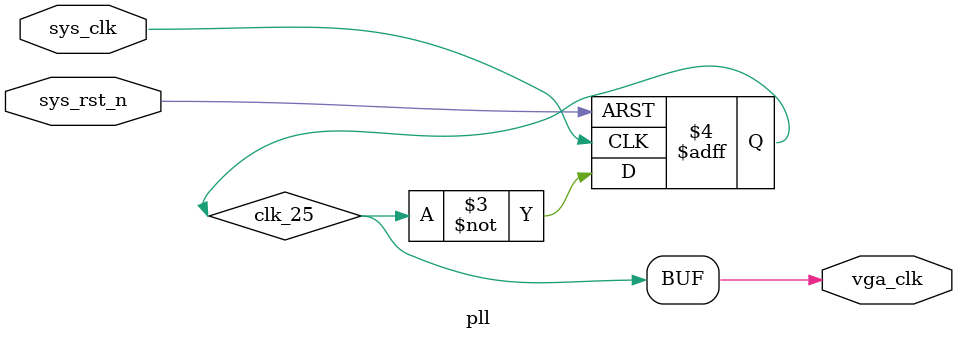
<source format=v>
`timescale 1ns/1ps

module pll(
    input wire sys_clk , //System Clock, 50MHz
    input wire sys_rst_n , //Reset signal. Low level is effective

    output wire vga_clk // VGA Clock, 25MHz
);

reg clk_25;
always @(posedge sys_clk or negedge sys_rst_n) begin
    if (!sys_rst_n) begin
        clk_25 <= 0; // define the initial value of clk as 0
    end else begin
        clk_25 <= ~clk_25;
    end
end

assign vga_clk = clk_25;

endmodule

// after writing, 1. syntax 2. synthesis, notice the top-level entity, 
// using right-click and set top-level 

</source>
